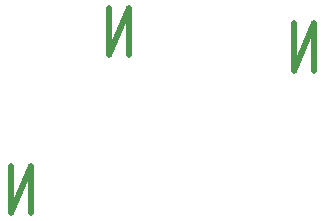
<source format=gbo>
G04 #@! TF.GenerationSoftware,KiCad,Pcbnew,(5.1.0-1548-g3fefe01d2)*
G04 #@! TF.CreationDate,2019-08-20T19:22:30-04:00*
G04 #@! TF.ProjectId,MotorcycleSpeedo,4d6f746f-7263-4796-936c-655370656564,rev?*
G04 #@! TF.SameCoordinates,Original*
G04 #@! TF.FileFunction,Legend,Bot*
G04 #@! TF.FilePolarity,Positive*
%FSLAX46Y46*%
G04 Gerber Fmt 4.6, Leading zero omitted, Abs format (unit mm)*
G04 Created by KiCad (PCBNEW (5.1.0-1548-g3fefe01d2)) date 2019-08-20 19:22:30*
%MOMM*%
%LPD*%
G04 APERTURE LIST*
%ADD10C,0.500000*%
G04 APERTURE END LIST*
D10*
X134757142Y-86124353D02*
X134757142Y-82124353D01*
X133042857Y-86124353D01*
X133042857Y-82124353D01*
X119057142Y-84809523D02*
X119057142Y-80809523D01*
X117342857Y-84809523D01*
X117342857Y-80809523D01*
X110757142Y-98161269D02*
X110757142Y-94161269D01*
X109042857Y-98161269D01*
X109042857Y-94161269D01*
M02*

</source>
